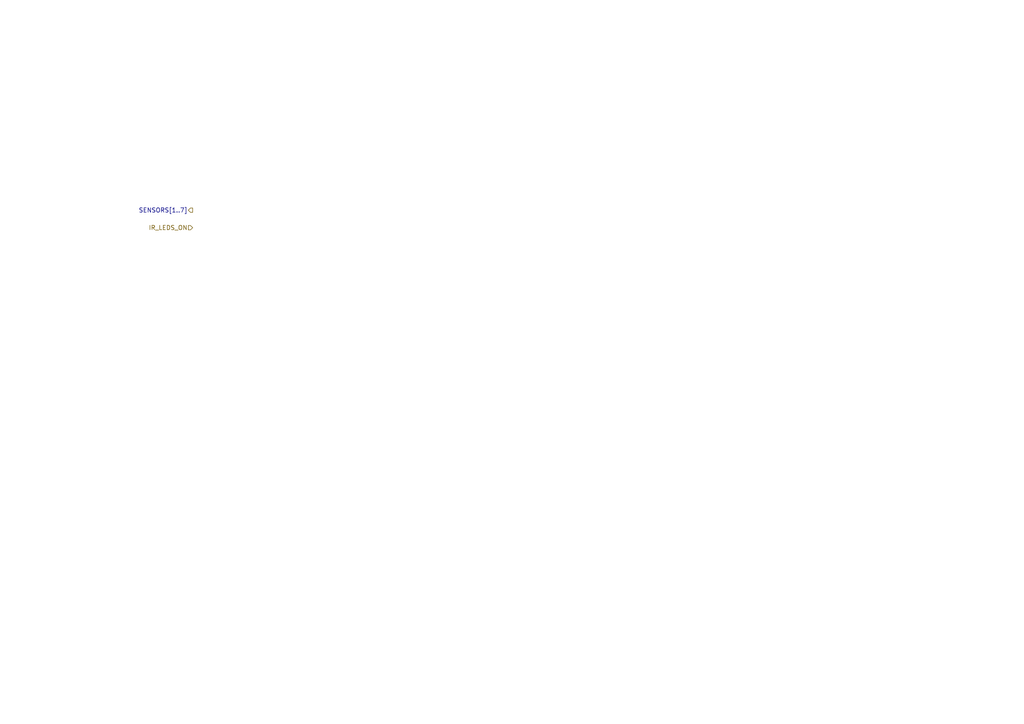
<source format=kicad_sch>
(kicad_sch (version 20230121) (generator eeschema)

  (uuid 7a59dcc8-2d97-4be6-baaa-61b01ee53be7)

  (paper "A4")

  (lib_symbols
  )


  (hierarchical_label "IR_LEDS_ON" (shape input) (at 55.88 66.04 180) (fields_autoplaced)
    (effects (font (size 1.27 1.27)) (justify right))
    (uuid 1182f4db-8467-4a61-b7d9-6c0ba3645557)
  )
  (hierarchical_label "SENSORS[1..7]" (shape output) (at 55.88 60.96 180) (fields_autoplaced)
    (effects (font (size 1.27 1.27)) (justify right))
    (uuid 2cd8a8e9-5fad-4681-a59b-af4f5e59c4a8)
  )
)

</source>
